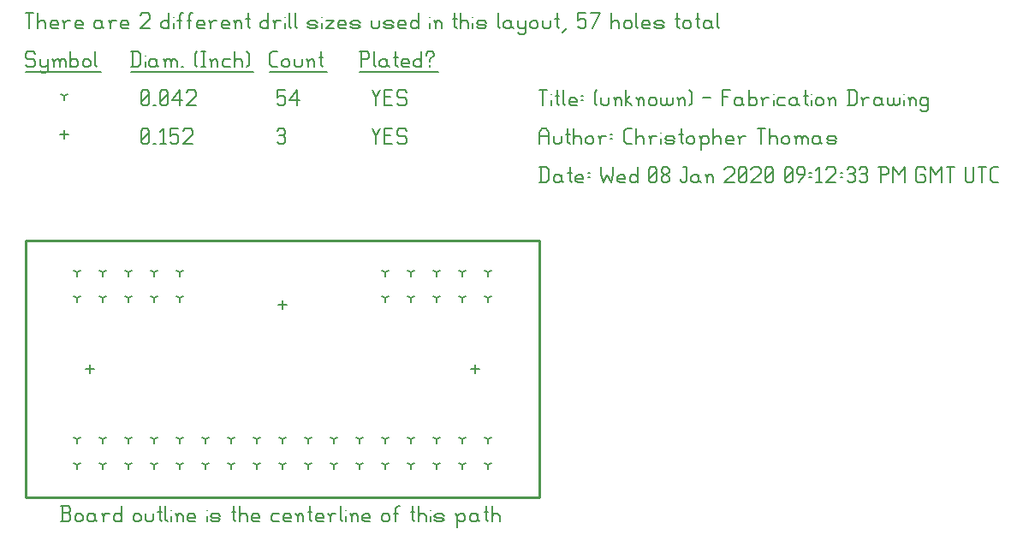
<source format=gbr>
G04 start of page 9 for group -3984 idx -3984 *
G04 Title: (unknown), fab *
G04 Creator: pcb 20140316 *
G04 CreationDate: Wed 08 Jan 2020 09:12:33 PM GMT UTC *
G04 For: thomasc *
G04 Format: Gerber/RS-274X *
G04 PCB-Dimensions (mil): 2000.00 1000.00 *
G04 PCB-Coordinate-Origin: lower left *
%MOIN*%
%FSLAX25Y25*%
%LNFAB*%
%ADD35C,0.0100*%
%ADD34C,0.0075*%
%ADD33C,0.0060*%
%ADD32C,0.0080*%
G54D32*X25000Y51600D02*Y48400D01*
X23400Y50000D02*X26600D01*
X175000Y51600D02*Y48400D01*
X173400Y50000D02*X176600D01*
X100000Y76600D02*Y73400D01*
X98400Y75000D02*X101600D01*
X15000Y142850D02*Y139650D01*
X13400Y141250D02*X16600D01*
G54D33*X135000Y143500D02*X136500Y140500D01*
X138000Y143500D01*
X136500Y140500D02*Y137500D01*
X139800Y140800D02*X142050D01*
X139800Y137500D02*X142800D01*
X139800Y143500D02*Y137500D01*
Y143500D02*X142800D01*
X147600D02*X148350Y142750D01*
X145350Y143500D02*X147600D01*
X144600Y142750D02*X145350Y143500D01*
X144600Y142750D02*Y141250D01*
X145350Y140500D01*
X147600D01*
X148350Y139750D01*
Y138250D01*
X147600Y137500D02*X148350Y138250D01*
X145350Y137500D02*X147600D01*
X144600Y138250D02*X145350Y137500D01*
X98000Y142750D02*X98750Y143500D01*
X100250D01*
X101000Y142750D01*
X100250Y137500D02*X101000Y138250D01*
X98750Y137500D02*X100250D01*
X98000Y138250D02*X98750Y137500D01*
Y140800D02*X100250D01*
X101000Y142750D02*Y141550D01*
Y140050D02*Y138250D01*
Y140050D02*X100250Y140800D01*
X101000Y141550D02*X100250Y140800D01*
X45000Y138250D02*X45750Y137500D01*
X45000Y142750D02*Y138250D01*
Y142750D02*X45750Y143500D01*
X47250D01*
X48000Y142750D01*
Y138250D01*
X47250Y137500D02*X48000Y138250D01*
X45750Y137500D02*X47250D01*
X45000Y139000D02*X48000Y142000D01*
X49800Y137500D02*X50550D01*
X52350Y142300D02*X53550Y143500D01*
Y137500D01*
X52350D02*X54600D01*
X56400Y143500D02*X59400D01*
X56400D02*Y140500D01*
X57150Y141250D01*
X58650D01*
X59400Y140500D01*
Y138250D01*
X58650Y137500D02*X59400Y138250D01*
X57150Y137500D02*X58650D01*
X56400Y138250D02*X57150Y137500D01*
X61200Y142750D02*X61950Y143500D01*
X64200D01*
X64950Y142750D01*
Y141250D01*
X61200Y137500D02*X64950Y141250D01*
X61200Y137500D02*X64950D01*
X180000Y12500D02*Y10900D01*
Y12500D02*X181387Y13300D01*
X180000Y12500D02*X178613Y13300D01*
X180000Y22500D02*Y20900D01*
Y22500D02*X181387Y23300D01*
X180000Y22500D02*X178613Y23300D01*
X170000Y12500D02*Y10900D01*
Y12500D02*X171387Y13300D01*
X170000Y12500D02*X168613Y13300D01*
X170000Y22500D02*Y20900D01*
Y22500D02*X171387Y23300D01*
X170000Y22500D02*X168613Y23300D01*
X160000Y12500D02*Y10900D01*
Y12500D02*X161387Y13300D01*
X160000Y12500D02*X158613Y13300D01*
X160000Y22500D02*Y20900D01*
Y22500D02*X161387Y23300D01*
X160000Y22500D02*X158613Y23300D01*
X150000Y12500D02*Y10900D01*
Y12500D02*X151387Y13300D01*
X150000Y12500D02*X148613Y13300D01*
X150000Y22500D02*Y20900D01*
Y22500D02*X151387Y23300D01*
X150000Y22500D02*X148613Y23300D01*
X140000Y12500D02*Y10900D01*
Y12500D02*X141387Y13300D01*
X140000Y12500D02*X138613Y13300D01*
X140000Y22500D02*Y20900D01*
Y22500D02*X141387Y23300D01*
X140000Y22500D02*X138613Y23300D01*
X130000Y12500D02*Y10900D01*
Y12500D02*X131387Y13300D01*
X130000Y12500D02*X128613Y13300D01*
X130000Y22500D02*Y20900D01*
Y22500D02*X131387Y23300D01*
X130000Y22500D02*X128613Y23300D01*
X120000Y12500D02*Y10900D01*
Y12500D02*X121387Y13300D01*
X120000Y12500D02*X118613Y13300D01*
X120000Y22500D02*Y20900D01*
Y22500D02*X121387Y23300D01*
X120000Y22500D02*X118613Y23300D01*
X110000Y12500D02*Y10900D01*
Y12500D02*X111387Y13300D01*
X110000Y12500D02*X108613Y13300D01*
X110000Y22500D02*Y20900D01*
Y22500D02*X111387Y23300D01*
X110000Y22500D02*X108613Y23300D01*
X100000Y12500D02*Y10900D01*
Y12500D02*X101387Y13300D01*
X100000Y12500D02*X98613Y13300D01*
X100000Y22500D02*Y20900D01*
Y22500D02*X101387Y23300D01*
X100000Y22500D02*X98613Y23300D01*
X90000Y12500D02*Y10900D01*
Y12500D02*X91387Y13300D01*
X90000Y12500D02*X88613Y13300D01*
X90000Y22500D02*Y20900D01*
Y22500D02*X91387Y23300D01*
X90000Y22500D02*X88613Y23300D01*
X80000Y12500D02*Y10900D01*
Y12500D02*X81387Y13300D01*
X80000Y12500D02*X78613Y13300D01*
X80000Y22500D02*Y20900D01*
Y22500D02*X81387Y23300D01*
X80000Y22500D02*X78613Y23300D01*
X70000Y12500D02*Y10900D01*
Y12500D02*X71387Y13300D01*
X70000Y12500D02*X68613Y13300D01*
X70000Y22500D02*Y20900D01*
Y22500D02*X71387Y23300D01*
X70000Y22500D02*X68613Y23300D01*
X60000Y12500D02*Y10900D01*
Y12500D02*X61387Y13300D01*
X60000Y12500D02*X58613Y13300D01*
X60000Y22500D02*Y20900D01*
Y22500D02*X61387Y23300D01*
X60000Y22500D02*X58613Y23300D01*
X50000Y12500D02*Y10900D01*
Y12500D02*X51387Y13300D01*
X50000Y12500D02*X48613Y13300D01*
X50000Y22500D02*Y20900D01*
Y22500D02*X51387Y23300D01*
X50000Y22500D02*X48613Y23300D01*
X40000Y12500D02*Y10900D01*
Y12500D02*X41387Y13300D01*
X40000Y12500D02*X38613Y13300D01*
X40000Y22500D02*Y20900D01*
Y22500D02*X41387Y23300D01*
X40000Y22500D02*X38613Y23300D01*
X30000Y12500D02*Y10900D01*
Y12500D02*X31387Y13300D01*
X30000Y12500D02*X28613Y13300D01*
X30000Y22500D02*Y20900D01*
Y22500D02*X31387Y23300D01*
X30000Y22500D02*X28613Y23300D01*
X20000Y12500D02*Y10900D01*
Y12500D02*X21387Y13300D01*
X20000Y12500D02*X18613Y13300D01*
X20000Y22500D02*Y20900D01*
Y22500D02*X21387Y23300D01*
X20000Y22500D02*X18613Y23300D01*
X20000Y87500D02*Y85900D01*
Y87500D02*X21387Y88300D01*
X20000Y87500D02*X18613Y88300D01*
X20000Y77500D02*Y75900D01*
Y77500D02*X21387Y78300D01*
X20000Y77500D02*X18613Y78300D01*
X30000Y87500D02*Y85900D01*
Y87500D02*X31387Y88300D01*
X30000Y87500D02*X28613Y88300D01*
X30000Y77500D02*Y75900D01*
Y77500D02*X31387Y78300D01*
X30000Y77500D02*X28613Y78300D01*
X40000Y87500D02*Y85900D01*
Y87500D02*X41387Y88300D01*
X40000Y87500D02*X38613Y88300D01*
X40000Y77500D02*Y75900D01*
Y77500D02*X41387Y78300D01*
X40000Y77500D02*X38613Y78300D01*
X50000Y87500D02*Y85900D01*
Y87500D02*X51387Y88300D01*
X50000Y87500D02*X48613Y88300D01*
X50000Y77500D02*Y75900D01*
Y77500D02*X51387Y78300D01*
X50000Y77500D02*X48613Y78300D01*
X60000Y87500D02*Y85900D01*
Y87500D02*X61387Y88300D01*
X60000Y87500D02*X58613Y88300D01*
X60000Y77500D02*Y75900D01*
Y77500D02*X61387Y78300D01*
X60000Y77500D02*X58613Y78300D01*
X140000Y87500D02*Y85900D01*
Y87500D02*X141387Y88300D01*
X140000Y87500D02*X138613Y88300D01*
X140000Y77500D02*Y75900D01*
Y77500D02*X141387Y78300D01*
X140000Y77500D02*X138613Y78300D01*
X150000Y87500D02*Y85900D01*
Y87500D02*X151387Y88300D01*
X150000Y87500D02*X148613Y88300D01*
X150000Y77500D02*Y75900D01*
Y77500D02*X151387Y78300D01*
X150000Y77500D02*X148613Y78300D01*
X160000Y87500D02*Y85900D01*
Y87500D02*X161387Y88300D01*
X160000Y87500D02*X158613Y88300D01*
X160000Y77500D02*Y75900D01*
Y77500D02*X161387Y78300D01*
X160000Y77500D02*X158613Y78300D01*
X170000Y87500D02*Y85900D01*
Y87500D02*X171387Y88300D01*
X170000Y87500D02*X168613Y88300D01*
X170000Y77500D02*Y75900D01*
Y77500D02*X171387Y78300D01*
X170000Y77500D02*X168613Y78300D01*
X180000Y87500D02*Y85900D01*
Y87500D02*X181387Y88300D01*
X180000Y87500D02*X178613Y88300D01*
X180000Y77500D02*Y75900D01*
Y77500D02*X181387Y78300D01*
X180000Y77500D02*X178613Y78300D01*
X15000Y156250D02*Y154650D01*
Y156250D02*X16387Y157050D01*
X15000Y156250D02*X13613Y157050D01*
X135000Y158500D02*X136500Y155500D01*
X138000Y158500D01*
X136500Y155500D02*Y152500D01*
X139800Y155800D02*X142050D01*
X139800Y152500D02*X142800D01*
X139800Y158500D02*Y152500D01*
Y158500D02*X142800D01*
X147600D02*X148350Y157750D01*
X145350Y158500D02*X147600D01*
X144600Y157750D02*X145350Y158500D01*
X144600Y157750D02*Y156250D01*
X145350Y155500D01*
X147600D01*
X148350Y154750D01*
Y153250D01*
X147600Y152500D02*X148350Y153250D01*
X145350Y152500D02*X147600D01*
X144600Y153250D02*X145350Y152500D01*
X98000Y158500D02*X101000D01*
X98000D02*Y155500D01*
X98750Y156250D01*
X100250D01*
X101000Y155500D01*
Y153250D01*
X100250Y152500D02*X101000Y153250D01*
X98750Y152500D02*X100250D01*
X98000Y153250D02*X98750Y152500D01*
X102800Y154750D02*X105800Y158500D01*
X102800Y154750D02*X106550D01*
X105800Y158500D02*Y152500D01*
X45000Y153250D02*X45750Y152500D01*
X45000Y157750D02*Y153250D01*
Y157750D02*X45750Y158500D01*
X47250D01*
X48000Y157750D01*
Y153250D01*
X47250Y152500D02*X48000Y153250D01*
X45750Y152500D02*X47250D01*
X45000Y154000D02*X48000Y157000D01*
X49800Y152500D02*X50550D01*
X52350Y153250D02*X53100Y152500D01*
X52350Y157750D02*Y153250D01*
Y157750D02*X53100Y158500D01*
X54600D01*
X55350Y157750D01*
Y153250D01*
X54600Y152500D02*X55350Y153250D01*
X53100Y152500D02*X54600D01*
X52350Y154000D02*X55350Y157000D01*
X57150Y154750D02*X60150Y158500D01*
X57150Y154750D02*X60900D01*
X60150Y158500D02*Y152500D01*
X62700Y157750D02*X63450Y158500D01*
X65700D01*
X66450Y157750D01*
Y156250D01*
X62700Y152500D02*X66450Y156250D01*
X62700Y152500D02*X66450D01*
X3000Y173500D02*X3750Y172750D01*
X750Y173500D02*X3000D01*
X0Y172750D02*X750Y173500D01*
X0Y172750D02*Y171250D01*
X750Y170500D01*
X3000D01*
X3750Y169750D01*
Y168250D01*
X3000Y167500D02*X3750Y168250D01*
X750Y167500D02*X3000D01*
X0Y168250D02*X750Y167500D01*
X5550Y170500D02*Y168250D01*
X6300Y167500D01*
X8550Y170500D02*Y166000D01*
X7800Y165250D02*X8550Y166000D01*
X6300Y165250D02*X7800D01*
X5550Y166000D02*X6300Y165250D01*
Y167500D02*X7800D01*
X8550Y168250D01*
X11100Y169750D02*Y167500D01*
Y169750D02*X11850Y170500D01*
X12600D01*
X13350Y169750D01*
Y167500D01*
Y169750D02*X14100Y170500D01*
X14850D01*
X15600Y169750D01*
Y167500D01*
X10350Y170500D02*X11100Y169750D01*
X17400Y173500D02*Y167500D01*
Y168250D02*X18150Y167500D01*
X19650D01*
X20400Y168250D01*
Y169750D02*Y168250D01*
X19650Y170500D02*X20400Y169750D01*
X18150Y170500D02*X19650D01*
X17400Y169750D02*X18150Y170500D01*
X22200Y169750D02*Y168250D01*
Y169750D02*X22950Y170500D01*
X24450D01*
X25200Y169750D01*
Y168250D01*
X24450Y167500D02*X25200Y168250D01*
X22950Y167500D02*X24450D01*
X22200Y168250D02*X22950Y167500D01*
X27000Y173500D02*Y168250D01*
X27750Y167500D01*
X0Y165750D02*X29250D01*
X41750Y173500D02*Y167500D01*
X43700Y173500D02*X44750Y172450D01*
Y168550D01*
X43700Y167500D02*X44750Y168550D01*
X41000Y167500D02*X43700D01*
X41000Y173500D02*X43700D01*
G54D34*X46550Y172000D02*Y171850D01*
G54D33*Y169750D02*Y167500D01*
X50300Y170500D02*X51050Y169750D01*
X48800Y170500D02*X50300D01*
X48050Y169750D02*X48800Y170500D01*
X48050Y169750D02*Y168250D01*
X48800Y167500D01*
X51050Y170500D02*Y168250D01*
X51800Y167500D01*
X48800D02*X50300D01*
X51050Y168250D01*
X54350Y169750D02*Y167500D01*
Y169750D02*X55100Y170500D01*
X55850D01*
X56600Y169750D01*
Y167500D01*
Y169750D02*X57350Y170500D01*
X58100D01*
X58850Y169750D01*
Y167500D01*
X53600Y170500D02*X54350Y169750D01*
X60650Y167500D02*X61400D01*
X65900Y168250D02*X66650Y167500D01*
X65900Y172750D02*X66650Y173500D01*
X65900Y172750D02*Y168250D01*
X68450Y173500D02*X69950D01*
X69200D02*Y167500D01*
X68450D02*X69950D01*
X72500Y169750D02*Y167500D01*
Y169750D02*X73250Y170500D01*
X74000D01*
X74750Y169750D01*
Y167500D01*
X71750Y170500D02*X72500Y169750D01*
X77300Y170500D02*X79550D01*
X76550Y169750D02*X77300Y170500D01*
X76550Y169750D02*Y168250D01*
X77300Y167500D01*
X79550D01*
X81350Y173500D02*Y167500D01*
Y169750D02*X82100Y170500D01*
X83600D01*
X84350Y169750D01*
Y167500D01*
X86150Y173500D02*X86900Y172750D01*
Y168250D01*
X86150Y167500D02*X86900Y168250D01*
X41000Y165750D02*X88700D01*
X96050Y167500D02*X98000D01*
X95000Y168550D02*X96050Y167500D01*
X95000Y172450D02*Y168550D01*
Y172450D02*X96050Y173500D01*
X98000D01*
X99800Y169750D02*Y168250D01*
Y169750D02*X100550Y170500D01*
X102050D01*
X102800Y169750D01*
Y168250D01*
X102050Y167500D02*X102800Y168250D01*
X100550Y167500D02*X102050D01*
X99800Y168250D02*X100550Y167500D01*
X104600Y170500D02*Y168250D01*
X105350Y167500D01*
X106850D01*
X107600Y168250D01*
Y170500D02*Y168250D01*
X110150Y169750D02*Y167500D01*
Y169750D02*X110900Y170500D01*
X111650D01*
X112400Y169750D01*
Y167500D01*
X109400Y170500D02*X110150Y169750D01*
X114950Y173500D02*Y168250D01*
X115700Y167500D01*
X114200Y171250D02*X115700D01*
X95000Y165750D02*X117200D01*
X130750Y173500D02*Y167500D01*
X130000Y173500D02*X133000D01*
X133750Y172750D01*
Y171250D01*
X133000Y170500D02*X133750Y171250D01*
X130750Y170500D02*X133000D01*
X135550Y173500D02*Y168250D01*
X136300Y167500D01*
X140050Y170500D02*X140800Y169750D01*
X138550Y170500D02*X140050D01*
X137800Y169750D02*X138550Y170500D01*
X137800Y169750D02*Y168250D01*
X138550Y167500D01*
X140800Y170500D02*Y168250D01*
X141550Y167500D01*
X138550D02*X140050D01*
X140800Y168250D01*
X144100Y173500D02*Y168250D01*
X144850Y167500D01*
X143350Y171250D02*X144850D01*
X147100Y167500D02*X149350D01*
X146350Y168250D02*X147100Y167500D01*
X146350Y169750D02*Y168250D01*
Y169750D02*X147100Y170500D01*
X148600D01*
X149350Y169750D01*
X146350Y169000D02*X149350D01*
Y169750D02*Y169000D01*
X154150Y173500D02*Y167500D01*
X153400D02*X154150Y168250D01*
X151900Y167500D02*X153400D01*
X151150Y168250D02*X151900Y167500D01*
X151150Y169750D02*Y168250D01*
Y169750D02*X151900Y170500D01*
X153400D01*
X154150Y169750D01*
X157450Y170500D02*Y169750D01*
Y168250D02*Y167500D01*
X155950Y172750D02*Y172000D01*
Y172750D02*X156700Y173500D01*
X158200D01*
X158950Y172750D01*
Y172000D01*
X157450Y170500D02*X158950Y172000D01*
X130000Y165750D02*X160750D01*
X0Y188500D02*X3000D01*
X1500D02*Y182500D01*
X4800Y188500D02*Y182500D01*
Y184750D02*X5550Y185500D01*
X7050D01*
X7800Y184750D01*
Y182500D01*
X10350D02*X12600D01*
X9600Y183250D02*X10350Y182500D01*
X9600Y184750D02*Y183250D01*
Y184750D02*X10350Y185500D01*
X11850D01*
X12600Y184750D01*
X9600Y184000D02*X12600D01*
Y184750D02*Y184000D01*
X15150Y184750D02*Y182500D01*
Y184750D02*X15900Y185500D01*
X17400D01*
X14400D02*X15150Y184750D01*
X19950Y182500D02*X22200D01*
X19200Y183250D02*X19950Y182500D01*
X19200Y184750D02*Y183250D01*
Y184750D02*X19950Y185500D01*
X21450D01*
X22200Y184750D01*
X19200Y184000D02*X22200D01*
Y184750D02*Y184000D01*
X28950Y185500D02*X29700Y184750D01*
X27450Y185500D02*X28950D01*
X26700Y184750D02*X27450Y185500D01*
X26700Y184750D02*Y183250D01*
X27450Y182500D01*
X29700Y185500D02*Y183250D01*
X30450Y182500D01*
X27450D02*X28950D01*
X29700Y183250D01*
X33000Y184750D02*Y182500D01*
Y184750D02*X33750Y185500D01*
X35250D01*
X32250D02*X33000Y184750D01*
X37800Y182500D02*X40050D01*
X37050Y183250D02*X37800Y182500D01*
X37050Y184750D02*Y183250D01*
Y184750D02*X37800Y185500D01*
X39300D01*
X40050Y184750D01*
X37050Y184000D02*X40050D01*
Y184750D02*Y184000D01*
X44550Y187750D02*X45300Y188500D01*
X47550D01*
X48300Y187750D01*
Y186250D01*
X44550Y182500D02*X48300Y186250D01*
X44550Y182500D02*X48300D01*
X55800Y188500D02*Y182500D01*
X55050D02*X55800Y183250D01*
X53550Y182500D02*X55050D01*
X52800Y183250D02*X53550Y182500D01*
X52800Y184750D02*Y183250D01*
Y184750D02*X53550Y185500D01*
X55050D01*
X55800Y184750D01*
G54D34*X57600Y187000D02*Y186850D01*
G54D33*Y184750D02*Y182500D01*
X59850Y187750D02*Y182500D01*
Y187750D02*X60600Y188500D01*
X61350D01*
X59100Y185500D02*X60600D01*
X63600Y187750D02*Y182500D01*
Y187750D02*X64350Y188500D01*
X65100D01*
X62850Y185500D02*X64350D01*
X67350Y182500D02*X69600D01*
X66600Y183250D02*X67350Y182500D01*
X66600Y184750D02*Y183250D01*
Y184750D02*X67350Y185500D01*
X68850D01*
X69600Y184750D01*
X66600Y184000D02*X69600D01*
Y184750D02*Y184000D01*
X72150Y184750D02*Y182500D01*
Y184750D02*X72900Y185500D01*
X74400D01*
X71400D02*X72150Y184750D01*
X76950Y182500D02*X79200D01*
X76200Y183250D02*X76950Y182500D01*
X76200Y184750D02*Y183250D01*
Y184750D02*X76950Y185500D01*
X78450D01*
X79200Y184750D01*
X76200Y184000D02*X79200D01*
Y184750D02*Y184000D01*
X81750Y184750D02*Y182500D01*
Y184750D02*X82500Y185500D01*
X83250D01*
X84000Y184750D01*
Y182500D01*
X81000Y185500D02*X81750Y184750D01*
X86550Y188500D02*Y183250D01*
X87300Y182500D01*
X85800Y186250D02*X87300D01*
X94500Y188500D02*Y182500D01*
X93750D02*X94500Y183250D01*
X92250Y182500D02*X93750D01*
X91500Y183250D02*X92250Y182500D01*
X91500Y184750D02*Y183250D01*
Y184750D02*X92250Y185500D01*
X93750D01*
X94500Y184750D01*
X97050D02*Y182500D01*
Y184750D02*X97800Y185500D01*
X99300D01*
X96300D02*X97050Y184750D01*
G54D34*X101100Y187000D02*Y186850D01*
G54D33*Y184750D02*Y182500D01*
X102600Y188500D02*Y183250D01*
X103350Y182500D01*
X104850Y188500D02*Y183250D01*
X105600Y182500D01*
X110550D02*X112800D01*
X113550Y183250D01*
X112800Y184000D02*X113550Y183250D01*
X110550Y184000D02*X112800D01*
X109800Y184750D02*X110550Y184000D01*
X109800Y184750D02*X110550Y185500D01*
X112800D01*
X113550Y184750D01*
X109800Y183250D02*X110550Y182500D01*
G54D34*X115350Y187000D02*Y186850D01*
G54D33*Y184750D02*Y182500D01*
X116850Y185500D02*X119850D01*
X116850Y182500D02*X119850Y185500D01*
X116850Y182500D02*X119850D01*
X122400D02*X124650D01*
X121650Y183250D02*X122400Y182500D01*
X121650Y184750D02*Y183250D01*
Y184750D02*X122400Y185500D01*
X123900D01*
X124650Y184750D01*
X121650Y184000D02*X124650D01*
Y184750D02*Y184000D01*
X127200Y182500D02*X129450D01*
X130200Y183250D01*
X129450Y184000D02*X130200Y183250D01*
X127200Y184000D02*X129450D01*
X126450Y184750D02*X127200Y184000D01*
X126450Y184750D02*X127200Y185500D01*
X129450D01*
X130200Y184750D01*
X126450Y183250D02*X127200Y182500D01*
X134700Y185500D02*Y183250D01*
X135450Y182500D01*
X136950D01*
X137700Y183250D01*
Y185500D02*Y183250D01*
X140250Y182500D02*X142500D01*
X143250Y183250D01*
X142500Y184000D02*X143250Y183250D01*
X140250Y184000D02*X142500D01*
X139500Y184750D02*X140250Y184000D01*
X139500Y184750D02*X140250Y185500D01*
X142500D01*
X143250Y184750D01*
X139500Y183250D02*X140250Y182500D01*
X145800D02*X148050D01*
X145050Y183250D02*X145800Y182500D01*
X145050Y184750D02*Y183250D01*
Y184750D02*X145800Y185500D01*
X147300D01*
X148050Y184750D01*
X145050Y184000D02*X148050D01*
Y184750D02*Y184000D01*
X152850Y188500D02*Y182500D01*
X152100D02*X152850Y183250D01*
X150600Y182500D02*X152100D01*
X149850Y183250D02*X150600Y182500D01*
X149850Y184750D02*Y183250D01*
Y184750D02*X150600Y185500D01*
X152100D01*
X152850Y184750D01*
G54D34*X157350Y187000D02*Y186850D01*
G54D33*Y184750D02*Y182500D01*
X159600Y184750D02*Y182500D01*
Y184750D02*X160350Y185500D01*
X161100D01*
X161850Y184750D01*
Y182500D01*
X158850Y185500D02*X159600Y184750D01*
X167100Y188500D02*Y183250D01*
X167850Y182500D01*
X166350Y186250D02*X167850D01*
X169350Y188500D02*Y182500D01*
Y184750D02*X170100Y185500D01*
X171600D01*
X172350Y184750D01*
Y182500D01*
G54D34*X174150Y187000D02*Y186850D01*
G54D33*Y184750D02*Y182500D01*
X176400D02*X178650D01*
X179400Y183250D01*
X178650Y184000D02*X179400Y183250D01*
X176400Y184000D02*X178650D01*
X175650Y184750D02*X176400Y184000D01*
X175650Y184750D02*X176400Y185500D01*
X178650D01*
X179400Y184750D01*
X175650Y183250D02*X176400Y182500D01*
X183900Y188500D02*Y183250D01*
X184650Y182500D01*
X188400Y185500D02*X189150Y184750D01*
X186900Y185500D02*X188400D01*
X186150Y184750D02*X186900Y185500D01*
X186150Y184750D02*Y183250D01*
X186900Y182500D01*
X189150Y185500D02*Y183250D01*
X189900Y182500D01*
X186900D02*X188400D01*
X189150Y183250D01*
X191700Y185500D02*Y183250D01*
X192450Y182500D01*
X194700Y185500D02*Y181000D01*
X193950Y180250D02*X194700Y181000D01*
X192450Y180250D02*X193950D01*
X191700Y181000D02*X192450Y180250D01*
Y182500D02*X193950D01*
X194700Y183250D01*
X196500Y184750D02*Y183250D01*
Y184750D02*X197250Y185500D01*
X198750D01*
X199500Y184750D01*
Y183250D01*
X198750Y182500D02*X199500Y183250D01*
X197250Y182500D02*X198750D01*
X196500Y183250D02*X197250Y182500D01*
X201300Y185500D02*Y183250D01*
X202050Y182500D01*
X203550D01*
X204300Y183250D01*
Y185500D02*Y183250D01*
X206850Y188500D02*Y183250D01*
X207600Y182500D01*
X206100Y186250D02*X207600D01*
X209100Y181000D02*X210600Y182500D01*
X215100Y188500D02*X218100D01*
X215100D02*Y185500D01*
X215850Y186250D01*
X217350D01*
X218100Y185500D01*
Y183250D01*
X217350Y182500D02*X218100Y183250D01*
X215850Y182500D02*X217350D01*
X215100Y183250D02*X215850Y182500D01*
X220650D02*X223650Y188500D01*
X219900D02*X223650D01*
X228150D02*Y182500D01*
Y184750D02*X228900Y185500D01*
X230400D01*
X231150Y184750D01*
Y182500D01*
X232950Y184750D02*Y183250D01*
Y184750D02*X233700Y185500D01*
X235200D01*
X235950Y184750D01*
Y183250D01*
X235200Y182500D02*X235950Y183250D01*
X233700Y182500D02*X235200D01*
X232950Y183250D02*X233700Y182500D01*
X237750Y188500D02*Y183250D01*
X238500Y182500D01*
X240750D02*X243000D01*
X240000Y183250D02*X240750Y182500D01*
X240000Y184750D02*Y183250D01*
Y184750D02*X240750Y185500D01*
X242250D01*
X243000Y184750D01*
X240000Y184000D02*X243000D01*
Y184750D02*Y184000D01*
X245550Y182500D02*X247800D01*
X248550Y183250D01*
X247800Y184000D02*X248550Y183250D01*
X245550Y184000D02*X247800D01*
X244800Y184750D02*X245550Y184000D01*
X244800Y184750D02*X245550Y185500D01*
X247800D01*
X248550Y184750D01*
X244800Y183250D02*X245550Y182500D01*
X253800Y188500D02*Y183250D01*
X254550Y182500D01*
X253050Y186250D02*X254550D01*
X256050Y184750D02*Y183250D01*
Y184750D02*X256800Y185500D01*
X258300D01*
X259050Y184750D01*
Y183250D01*
X258300Y182500D02*X259050Y183250D01*
X256800Y182500D02*X258300D01*
X256050Y183250D02*X256800Y182500D01*
X261600Y188500D02*Y183250D01*
X262350Y182500D01*
X260850Y186250D02*X262350D01*
X266100Y185500D02*X266850Y184750D01*
X264600Y185500D02*X266100D01*
X263850Y184750D02*X264600Y185500D01*
X263850Y184750D02*Y183250D01*
X264600Y182500D01*
X266850Y185500D02*Y183250D01*
X267600Y182500D01*
X264600D02*X266100D01*
X266850Y183250D01*
X269400Y188500D02*Y183250D01*
X270150Y182500D01*
G54D35*X0Y100000D02*Y0D01*
X200000D01*
Y100000D01*
X0D01*
G54D33*X13675Y-9500D02*X16675D01*
X17425Y-8750D01*
Y-6950D02*Y-8750D01*
X16675Y-6200D02*X17425Y-6950D01*
X14425Y-6200D02*X16675D01*
X14425Y-3500D02*Y-9500D01*
X13675Y-3500D02*X16675D01*
X17425Y-4250D01*
Y-5450D01*
X16675Y-6200D02*X17425Y-5450D01*
X19225Y-7250D02*Y-8750D01*
Y-7250D02*X19975Y-6500D01*
X21475D01*
X22225Y-7250D01*
Y-8750D01*
X21475Y-9500D02*X22225Y-8750D01*
X19975Y-9500D02*X21475D01*
X19225Y-8750D02*X19975Y-9500D01*
X26275Y-6500D02*X27025Y-7250D01*
X24775Y-6500D02*X26275D01*
X24025Y-7250D02*X24775Y-6500D01*
X24025Y-7250D02*Y-8750D01*
X24775Y-9500D01*
X27025Y-6500D02*Y-8750D01*
X27775Y-9500D01*
X24775D02*X26275D01*
X27025Y-8750D01*
X30325Y-7250D02*Y-9500D01*
Y-7250D02*X31075Y-6500D01*
X32575D01*
X29575D02*X30325Y-7250D01*
X37375Y-3500D02*Y-9500D01*
X36625D02*X37375Y-8750D01*
X35125Y-9500D02*X36625D01*
X34375Y-8750D02*X35125Y-9500D01*
X34375Y-7250D02*Y-8750D01*
Y-7250D02*X35125Y-6500D01*
X36625D01*
X37375Y-7250D01*
X41875D02*Y-8750D01*
Y-7250D02*X42625Y-6500D01*
X44125D01*
X44875Y-7250D01*
Y-8750D01*
X44125Y-9500D02*X44875Y-8750D01*
X42625Y-9500D02*X44125D01*
X41875Y-8750D02*X42625Y-9500D01*
X46675Y-6500D02*Y-8750D01*
X47425Y-9500D01*
X48925D01*
X49675Y-8750D01*
Y-6500D02*Y-8750D01*
X52225Y-3500D02*Y-8750D01*
X52975Y-9500D01*
X51475Y-5750D02*X52975D01*
X54475Y-3500D02*Y-8750D01*
X55225Y-9500D01*
G54D34*X56725Y-5000D02*Y-5150D01*
G54D33*Y-7250D02*Y-9500D01*
X58975Y-7250D02*Y-9500D01*
Y-7250D02*X59725Y-6500D01*
X60475D01*
X61225Y-7250D01*
Y-9500D01*
X58225Y-6500D02*X58975Y-7250D01*
X63775Y-9500D02*X66025D01*
X63025Y-8750D02*X63775Y-9500D01*
X63025Y-7250D02*Y-8750D01*
Y-7250D02*X63775Y-6500D01*
X65275D01*
X66025Y-7250D01*
X63025Y-8000D02*X66025D01*
Y-7250D02*Y-8000D01*
G54D34*X70525Y-5000D02*Y-5150D01*
G54D33*Y-7250D02*Y-9500D01*
X72775D02*X75025D01*
X75775Y-8750D01*
X75025Y-8000D02*X75775Y-8750D01*
X72775Y-8000D02*X75025D01*
X72025Y-7250D02*X72775Y-8000D01*
X72025Y-7250D02*X72775Y-6500D01*
X75025D01*
X75775Y-7250D01*
X72025Y-8750D02*X72775Y-9500D01*
X81025Y-3500D02*Y-8750D01*
X81775Y-9500D01*
X80275Y-5750D02*X81775D01*
X83275Y-3500D02*Y-9500D01*
Y-7250D02*X84025Y-6500D01*
X85525D01*
X86275Y-7250D01*
Y-9500D01*
X88825D02*X91075D01*
X88075Y-8750D02*X88825Y-9500D01*
X88075Y-7250D02*Y-8750D01*
Y-7250D02*X88825Y-6500D01*
X90325D01*
X91075Y-7250D01*
X88075Y-8000D02*X91075D01*
Y-7250D02*Y-8000D01*
X96325Y-6500D02*X98575D01*
X95575Y-7250D02*X96325Y-6500D01*
X95575Y-7250D02*Y-8750D01*
X96325Y-9500D01*
X98575D01*
X101125D02*X103375D01*
X100375Y-8750D02*X101125Y-9500D01*
X100375Y-7250D02*Y-8750D01*
Y-7250D02*X101125Y-6500D01*
X102625D01*
X103375Y-7250D01*
X100375Y-8000D02*X103375D01*
Y-7250D02*Y-8000D01*
X105925Y-7250D02*Y-9500D01*
Y-7250D02*X106675Y-6500D01*
X107425D01*
X108175Y-7250D01*
Y-9500D01*
X105175Y-6500D02*X105925Y-7250D01*
X110725Y-3500D02*Y-8750D01*
X111475Y-9500D01*
X109975Y-5750D02*X111475D01*
X113725Y-9500D02*X115975D01*
X112975Y-8750D02*X113725Y-9500D01*
X112975Y-7250D02*Y-8750D01*
Y-7250D02*X113725Y-6500D01*
X115225D01*
X115975Y-7250D01*
X112975Y-8000D02*X115975D01*
Y-7250D02*Y-8000D01*
X118525Y-7250D02*Y-9500D01*
Y-7250D02*X119275Y-6500D01*
X120775D01*
X117775D02*X118525Y-7250D01*
X122575Y-3500D02*Y-8750D01*
X123325Y-9500D01*
G54D34*X124825Y-5000D02*Y-5150D01*
G54D33*Y-7250D02*Y-9500D01*
X127075Y-7250D02*Y-9500D01*
Y-7250D02*X127825Y-6500D01*
X128575D01*
X129325Y-7250D01*
Y-9500D01*
X126325Y-6500D02*X127075Y-7250D01*
X131875Y-9500D02*X134125D01*
X131125Y-8750D02*X131875Y-9500D01*
X131125Y-7250D02*Y-8750D01*
Y-7250D02*X131875Y-6500D01*
X133375D01*
X134125Y-7250D01*
X131125Y-8000D02*X134125D01*
Y-7250D02*Y-8000D01*
X138625Y-7250D02*Y-8750D01*
Y-7250D02*X139375Y-6500D01*
X140875D01*
X141625Y-7250D01*
Y-8750D01*
X140875Y-9500D02*X141625Y-8750D01*
X139375Y-9500D02*X140875D01*
X138625Y-8750D02*X139375Y-9500D01*
X144175Y-4250D02*Y-9500D01*
Y-4250D02*X144925Y-3500D01*
X145675D01*
X143425Y-6500D02*X144925D01*
X150625Y-3500D02*Y-8750D01*
X151375Y-9500D01*
X149875Y-5750D02*X151375D01*
X152875Y-3500D02*Y-9500D01*
Y-7250D02*X153625Y-6500D01*
X155125D01*
X155875Y-7250D01*
Y-9500D01*
G54D34*X157675Y-5000D02*Y-5150D01*
G54D33*Y-7250D02*Y-9500D01*
X159925D02*X162175D01*
X162925Y-8750D01*
X162175Y-8000D02*X162925Y-8750D01*
X159925Y-8000D02*X162175D01*
X159175Y-7250D02*X159925Y-8000D01*
X159175Y-7250D02*X159925Y-6500D01*
X162175D01*
X162925Y-7250D01*
X159175Y-8750D02*X159925Y-9500D01*
X168175Y-7250D02*Y-11750D01*
X167425Y-6500D02*X168175Y-7250D01*
X168925Y-6500D01*
X170425D01*
X171175Y-7250D01*
Y-8750D01*
X170425Y-9500D02*X171175Y-8750D01*
X168925Y-9500D02*X170425D01*
X168175Y-8750D02*X168925Y-9500D01*
X175225Y-6500D02*X175975Y-7250D01*
X173725Y-6500D02*X175225D01*
X172975Y-7250D02*X173725Y-6500D01*
X172975Y-7250D02*Y-8750D01*
X173725Y-9500D01*
X175975Y-6500D02*Y-8750D01*
X176725Y-9500D01*
X173725D02*X175225D01*
X175975Y-8750D01*
X179275Y-3500D02*Y-8750D01*
X180025Y-9500D01*
X178525Y-5750D02*X180025D01*
X181525Y-3500D02*Y-9500D01*
Y-7250D02*X182275Y-6500D01*
X183775D01*
X184525Y-7250D01*
Y-9500D01*
X200750Y128500D02*Y122500D01*
X202700Y128500D02*X203750Y127450D01*
Y123550D01*
X202700Y122500D02*X203750Y123550D01*
X200000Y122500D02*X202700D01*
X200000Y128500D02*X202700D01*
X207800Y125500D02*X208550Y124750D01*
X206300Y125500D02*X207800D01*
X205550Y124750D02*X206300Y125500D01*
X205550Y124750D02*Y123250D01*
X206300Y122500D01*
X208550Y125500D02*Y123250D01*
X209300Y122500D01*
X206300D02*X207800D01*
X208550Y123250D01*
X211850Y128500D02*Y123250D01*
X212600Y122500D01*
X211100Y126250D02*X212600D01*
X214850Y122500D02*X217100D01*
X214100Y123250D02*X214850Y122500D01*
X214100Y124750D02*Y123250D01*
Y124750D02*X214850Y125500D01*
X216350D01*
X217100Y124750D01*
X214100Y124000D02*X217100D01*
Y124750D02*Y124000D01*
X218900Y126250D02*X219650D01*
X218900Y124750D02*X219650D01*
X224150Y128500D02*Y125500D01*
X224900Y122500D01*
X226400Y125500D01*
X227900Y122500D01*
X228650Y125500D01*
Y128500D02*Y125500D01*
X231200Y122500D02*X233450D01*
X230450Y123250D02*X231200Y122500D01*
X230450Y124750D02*Y123250D01*
Y124750D02*X231200Y125500D01*
X232700D01*
X233450Y124750D01*
X230450Y124000D02*X233450D01*
Y124750D02*Y124000D01*
X238250Y128500D02*Y122500D01*
X237500D02*X238250Y123250D01*
X236000Y122500D02*X237500D01*
X235250Y123250D02*X236000Y122500D01*
X235250Y124750D02*Y123250D01*
Y124750D02*X236000Y125500D01*
X237500D01*
X238250Y124750D01*
X242750Y123250D02*X243500Y122500D01*
X242750Y127750D02*Y123250D01*
Y127750D02*X243500Y128500D01*
X245000D01*
X245750Y127750D01*
Y123250D01*
X245000Y122500D02*X245750Y123250D01*
X243500Y122500D02*X245000D01*
X242750Y124000D02*X245750Y127000D01*
X247550Y123250D02*X248300Y122500D01*
X247550Y124450D02*Y123250D01*
Y124450D02*X248600Y125500D01*
X249500D01*
X250550Y124450D01*
Y123250D01*
X249800Y122500D02*X250550Y123250D01*
X248300Y122500D02*X249800D01*
X247550Y126550D02*X248600Y125500D01*
X247550Y127750D02*Y126550D01*
Y127750D02*X248300Y128500D01*
X249800D01*
X250550Y127750D01*
Y126550D01*
X249500Y125500D02*X250550Y126550D01*
X256100Y128500D02*X257300D01*
Y123250D01*
X256550Y122500D02*X257300Y123250D01*
X255800Y122500D02*X256550D01*
X255050Y123250D02*X255800Y122500D01*
X255050Y124000D02*Y123250D01*
X261350Y125500D02*X262100Y124750D01*
X259850Y125500D02*X261350D01*
X259100Y124750D02*X259850Y125500D01*
X259100Y124750D02*Y123250D01*
X259850Y122500D01*
X262100Y125500D02*Y123250D01*
X262850Y122500D01*
X259850D02*X261350D01*
X262100Y123250D01*
X265400Y124750D02*Y122500D01*
Y124750D02*X266150Y125500D01*
X266900D01*
X267650Y124750D01*
Y122500D01*
X264650Y125500D02*X265400Y124750D01*
X272150Y127750D02*X272900Y128500D01*
X275150D01*
X275900Y127750D01*
Y126250D01*
X272150Y122500D02*X275900Y126250D01*
X272150Y122500D02*X275900D01*
X277700Y123250D02*X278450Y122500D01*
X277700Y127750D02*Y123250D01*
Y127750D02*X278450Y128500D01*
X279950D01*
X280700Y127750D01*
Y123250D01*
X279950Y122500D02*X280700Y123250D01*
X278450Y122500D02*X279950D01*
X277700Y124000D02*X280700Y127000D01*
X282500Y127750D02*X283250Y128500D01*
X285500D01*
X286250Y127750D01*
Y126250D01*
X282500Y122500D02*X286250Y126250D01*
X282500Y122500D02*X286250D01*
X288050Y123250D02*X288800Y122500D01*
X288050Y127750D02*Y123250D01*
Y127750D02*X288800Y128500D01*
X290300D01*
X291050Y127750D01*
Y123250D01*
X290300Y122500D02*X291050Y123250D01*
X288800Y122500D02*X290300D01*
X288050Y124000D02*X291050Y127000D01*
X295550Y123250D02*X296300Y122500D01*
X295550Y127750D02*Y123250D01*
Y127750D02*X296300Y128500D01*
X297800D01*
X298550Y127750D01*
Y123250D01*
X297800Y122500D02*X298550Y123250D01*
X296300Y122500D02*X297800D01*
X295550Y124000D02*X298550Y127000D01*
X301100Y122500D02*X303350Y125500D01*
Y127750D02*Y125500D01*
X302600Y128500D02*X303350Y127750D01*
X301100Y128500D02*X302600D01*
X300350Y127750D02*X301100Y128500D01*
X300350Y127750D02*Y126250D01*
X301100Y125500D01*
X303350D01*
X305150Y126250D02*X305900D01*
X305150Y124750D02*X305900D01*
X307700Y127300D02*X308900Y128500D01*
Y122500D01*
X307700D02*X309950D01*
X311750Y127750D02*X312500Y128500D01*
X314750D01*
X315500Y127750D01*
Y126250D01*
X311750Y122500D02*X315500Y126250D01*
X311750Y122500D02*X315500D01*
X317300Y126250D02*X318050D01*
X317300Y124750D02*X318050D01*
X319850Y127750D02*X320600Y128500D01*
X322100D01*
X322850Y127750D01*
X322100Y122500D02*X322850Y123250D01*
X320600Y122500D02*X322100D01*
X319850Y123250D02*X320600Y122500D01*
Y125800D02*X322100D01*
X322850Y127750D02*Y126550D01*
Y125050D02*Y123250D01*
Y125050D02*X322100Y125800D01*
X322850Y126550D02*X322100Y125800D01*
X324650Y127750D02*X325400Y128500D01*
X326900D01*
X327650Y127750D01*
X326900Y122500D02*X327650Y123250D01*
X325400Y122500D02*X326900D01*
X324650Y123250D02*X325400Y122500D01*
Y125800D02*X326900D01*
X327650Y127750D02*Y126550D01*
Y125050D02*Y123250D01*
Y125050D02*X326900Y125800D01*
X327650Y126550D02*X326900Y125800D01*
X332900Y128500D02*Y122500D01*
X332150Y128500D02*X335150D01*
X335900Y127750D01*
Y126250D01*
X335150Y125500D02*X335900Y126250D01*
X332900Y125500D02*X335150D01*
X337700Y128500D02*Y122500D01*
Y128500D02*X339950Y125500D01*
X342200Y128500D01*
Y122500D01*
X349700Y128500D02*X350450Y127750D01*
X347450Y128500D02*X349700D01*
X346700Y127750D02*X347450Y128500D01*
X346700Y127750D02*Y123250D01*
X347450Y122500D01*
X349700D01*
X350450Y123250D01*
Y124750D02*Y123250D01*
X349700Y125500D02*X350450Y124750D01*
X348200Y125500D02*X349700D01*
X352250Y128500D02*Y122500D01*
Y128500D02*X354500Y125500D01*
X356750Y128500D01*
Y122500D01*
X358550Y128500D02*X361550D01*
X360050D02*Y122500D01*
X366050Y128500D02*Y123250D01*
X366800Y122500D01*
X368300D01*
X369050Y123250D01*
Y128500D02*Y123250D01*
X370850Y128500D02*X373850D01*
X372350D02*Y122500D01*
X376700D02*X378650D01*
X375650Y123550D02*X376700Y122500D01*
X375650Y127450D02*Y123550D01*
Y127450D02*X376700Y128500D01*
X378650D01*
X200000Y142000D02*Y137500D01*
Y142000D02*X201050Y143500D01*
X202700D01*
X203750Y142000D01*
Y137500D01*
X200000Y140500D02*X203750D01*
X205550D02*Y138250D01*
X206300Y137500D01*
X207800D01*
X208550Y138250D01*
Y140500D02*Y138250D01*
X211100Y143500D02*Y138250D01*
X211850Y137500D01*
X210350Y141250D02*X211850D01*
X213350Y143500D02*Y137500D01*
Y139750D02*X214100Y140500D01*
X215600D01*
X216350Y139750D01*
Y137500D01*
X218150Y139750D02*Y138250D01*
Y139750D02*X218900Y140500D01*
X220400D01*
X221150Y139750D01*
Y138250D01*
X220400Y137500D02*X221150Y138250D01*
X218900Y137500D02*X220400D01*
X218150Y138250D02*X218900Y137500D01*
X223700Y139750D02*Y137500D01*
Y139750D02*X224450Y140500D01*
X225950D01*
X222950D02*X223700Y139750D01*
X227750Y141250D02*X228500D01*
X227750Y139750D02*X228500D01*
X234050Y137500D02*X236000D01*
X233000Y138550D02*X234050Y137500D01*
X233000Y142450D02*Y138550D01*
Y142450D02*X234050Y143500D01*
X236000D01*
X237800D02*Y137500D01*
Y139750D02*X238550Y140500D01*
X240050D01*
X240800Y139750D01*
Y137500D01*
X243350Y139750D02*Y137500D01*
Y139750D02*X244100Y140500D01*
X245600D01*
X242600D02*X243350Y139750D01*
G54D34*X247400Y142000D02*Y141850D01*
G54D33*Y139750D02*Y137500D01*
X249650D02*X251900D01*
X252650Y138250D01*
X251900Y139000D02*X252650Y138250D01*
X249650Y139000D02*X251900D01*
X248900Y139750D02*X249650Y139000D01*
X248900Y139750D02*X249650Y140500D01*
X251900D01*
X252650Y139750D01*
X248900Y138250D02*X249650Y137500D01*
X255200Y143500D02*Y138250D01*
X255950Y137500D01*
X254450Y141250D02*X255950D01*
X257450Y139750D02*Y138250D01*
Y139750D02*X258200Y140500D01*
X259700D01*
X260450Y139750D01*
Y138250D01*
X259700Y137500D02*X260450Y138250D01*
X258200Y137500D02*X259700D01*
X257450Y138250D02*X258200Y137500D01*
X263000Y139750D02*Y135250D01*
X262250Y140500D02*X263000Y139750D01*
X263750Y140500D01*
X265250D01*
X266000Y139750D01*
Y138250D01*
X265250Y137500D02*X266000Y138250D01*
X263750Y137500D02*X265250D01*
X263000Y138250D02*X263750Y137500D01*
X267800Y143500D02*Y137500D01*
Y139750D02*X268550Y140500D01*
X270050D01*
X270800Y139750D01*
Y137500D01*
X273350D02*X275600D01*
X272600Y138250D02*X273350Y137500D01*
X272600Y139750D02*Y138250D01*
Y139750D02*X273350Y140500D01*
X274850D01*
X275600Y139750D01*
X272600Y139000D02*X275600D01*
Y139750D02*Y139000D01*
X278150Y139750D02*Y137500D01*
Y139750D02*X278900Y140500D01*
X280400D01*
X277400D02*X278150Y139750D01*
X284900Y143500D02*X287900D01*
X286400D02*Y137500D01*
X289700Y143500D02*Y137500D01*
Y139750D02*X290450Y140500D01*
X291950D01*
X292700Y139750D01*
Y137500D01*
X294500Y139750D02*Y138250D01*
Y139750D02*X295250Y140500D01*
X296750D01*
X297500Y139750D01*
Y138250D01*
X296750Y137500D02*X297500Y138250D01*
X295250Y137500D02*X296750D01*
X294500Y138250D02*X295250Y137500D01*
X300050Y139750D02*Y137500D01*
Y139750D02*X300800Y140500D01*
X301550D01*
X302300Y139750D01*
Y137500D01*
Y139750D02*X303050Y140500D01*
X303800D01*
X304550Y139750D01*
Y137500D01*
X299300Y140500D02*X300050Y139750D01*
X308600Y140500D02*X309350Y139750D01*
X307100Y140500D02*X308600D01*
X306350Y139750D02*X307100Y140500D01*
X306350Y139750D02*Y138250D01*
X307100Y137500D01*
X309350Y140500D02*Y138250D01*
X310100Y137500D01*
X307100D02*X308600D01*
X309350Y138250D01*
X312650Y137500D02*X314900D01*
X315650Y138250D01*
X314900Y139000D02*X315650Y138250D01*
X312650Y139000D02*X314900D01*
X311900Y139750D02*X312650Y139000D01*
X311900Y139750D02*X312650Y140500D01*
X314900D01*
X315650Y139750D01*
X311900Y138250D02*X312650Y137500D01*
X200000Y158500D02*X203000D01*
X201500D02*Y152500D01*
G54D34*X204800Y157000D02*Y156850D01*
G54D33*Y154750D02*Y152500D01*
X207050Y158500D02*Y153250D01*
X207800Y152500D01*
X206300Y156250D02*X207800D01*
X209300Y158500D02*Y153250D01*
X210050Y152500D01*
X212300D02*X214550D01*
X211550Y153250D02*X212300Y152500D01*
X211550Y154750D02*Y153250D01*
Y154750D02*X212300Y155500D01*
X213800D01*
X214550Y154750D01*
X211550Y154000D02*X214550D01*
Y154750D02*Y154000D01*
X216350Y156250D02*X217100D01*
X216350Y154750D02*X217100D01*
X221600Y153250D02*X222350Y152500D01*
X221600Y157750D02*X222350Y158500D01*
X221600Y157750D02*Y153250D01*
X224150Y155500D02*Y153250D01*
X224900Y152500D01*
X226400D01*
X227150Y153250D01*
Y155500D02*Y153250D01*
X229700Y154750D02*Y152500D01*
Y154750D02*X230450Y155500D01*
X231200D01*
X231950Y154750D01*
Y152500D01*
X228950Y155500D02*X229700Y154750D01*
X233750Y158500D02*Y152500D01*
Y154750D02*X236000Y152500D01*
X233750Y154750D02*X235250Y156250D01*
X238550Y154750D02*Y152500D01*
Y154750D02*X239300Y155500D01*
X240050D01*
X240800Y154750D01*
Y152500D01*
X237800Y155500D02*X238550Y154750D01*
X242600D02*Y153250D01*
Y154750D02*X243350Y155500D01*
X244850D01*
X245600Y154750D01*
Y153250D01*
X244850Y152500D02*X245600Y153250D01*
X243350Y152500D02*X244850D01*
X242600Y153250D02*X243350Y152500D01*
X247400Y155500D02*Y153250D01*
X248150Y152500D01*
X248900D01*
X249650Y153250D01*
Y155500D02*Y153250D01*
X250400Y152500D01*
X251150D01*
X251900Y153250D01*
Y155500D02*Y153250D01*
X254450Y154750D02*Y152500D01*
Y154750D02*X255200Y155500D01*
X255950D01*
X256700Y154750D01*
Y152500D01*
X253700Y155500D02*X254450Y154750D01*
X258500Y158500D02*X259250Y157750D01*
Y153250D01*
X258500Y152500D02*X259250Y153250D01*
X263750Y155500D02*X266750D01*
X271250Y158500D02*Y152500D01*
Y158500D02*X274250D01*
X271250Y155800D02*X273500D01*
X278300Y155500D02*X279050Y154750D01*
X276800Y155500D02*X278300D01*
X276050Y154750D02*X276800Y155500D01*
X276050Y154750D02*Y153250D01*
X276800Y152500D01*
X279050Y155500D02*Y153250D01*
X279800Y152500D01*
X276800D02*X278300D01*
X279050Y153250D01*
X281600Y158500D02*Y152500D01*
Y153250D02*X282350Y152500D01*
X283850D01*
X284600Y153250D01*
Y154750D02*Y153250D01*
X283850Y155500D02*X284600Y154750D01*
X282350Y155500D02*X283850D01*
X281600Y154750D02*X282350Y155500D01*
X287150Y154750D02*Y152500D01*
Y154750D02*X287900Y155500D01*
X289400D01*
X286400D02*X287150Y154750D01*
G54D34*X291200Y157000D02*Y156850D01*
G54D33*Y154750D02*Y152500D01*
X293450Y155500D02*X295700D01*
X292700Y154750D02*X293450Y155500D01*
X292700Y154750D02*Y153250D01*
X293450Y152500D01*
X295700D01*
X299750Y155500D02*X300500Y154750D01*
X298250Y155500D02*X299750D01*
X297500Y154750D02*X298250Y155500D01*
X297500Y154750D02*Y153250D01*
X298250Y152500D01*
X300500Y155500D02*Y153250D01*
X301250Y152500D01*
X298250D02*X299750D01*
X300500Y153250D01*
X303800Y158500D02*Y153250D01*
X304550Y152500D01*
X303050Y156250D02*X304550D01*
G54D34*X306050Y157000D02*Y156850D01*
G54D33*Y154750D02*Y152500D01*
X307550Y154750D02*Y153250D01*
Y154750D02*X308300Y155500D01*
X309800D01*
X310550Y154750D01*
Y153250D01*
X309800Y152500D02*X310550Y153250D01*
X308300Y152500D02*X309800D01*
X307550Y153250D02*X308300Y152500D01*
X313100Y154750D02*Y152500D01*
Y154750D02*X313850Y155500D01*
X314600D01*
X315350Y154750D01*
Y152500D01*
X312350Y155500D02*X313100Y154750D01*
X320600Y158500D02*Y152500D01*
X322550Y158500D02*X323600Y157450D01*
Y153550D01*
X322550Y152500D02*X323600Y153550D01*
X319850Y152500D02*X322550D01*
X319850Y158500D02*X322550D01*
X326150Y154750D02*Y152500D01*
Y154750D02*X326900Y155500D01*
X328400D01*
X325400D02*X326150Y154750D01*
X332450Y155500D02*X333200Y154750D01*
X330950Y155500D02*X332450D01*
X330200Y154750D02*X330950Y155500D01*
X330200Y154750D02*Y153250D01*
X330950Y152500D01*
X333200Y155500D02*Y153250D01*
X333950Y152500D01*
X330950D02*X332450D01*
X333200Y153250D01*
X335750Y155500D02*Y153250D01*
X336500Y152500D01*
X337250D01*
X338000Y153250D01*
Y155500D02*Y153250D01*
X338750Y152500D01*
X339500D01*
X340250Y153250D01*
Y155500D02*Y153250D01*
G54D34*X342050Y157000D02*Y156850D01*
G54D33*Y154750D02*Y152500D01*
X344300Y154750D02*Y152500D01*
Y154750D02*X345050Y155500D01*
X345800D01*
X346550Y154750D01*
Y152500D01*
X343550Y155500D02*X344300Y154750D01*
X350600Y155500D02*X351350Y154750D01*
X349100Y155500D02*X350600D01*
X348350Y154750D02*X349100Y155500D01*
X348350Y154750D02*Y153250D01*
X349100Y152500D01*
X350600D01*
X351350Y153250D01*
X348350Y151000D02*X349100Y150250D01*
X350600D01*
X351350Y151000D01*
Y155500D02*Y151000D01*
M02*

</source>
